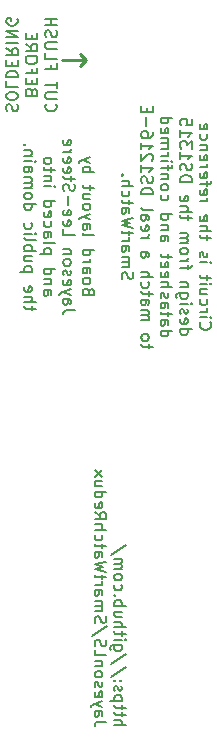
<source format=gbo>
%TF.GenerationSoftware,KiCad,Pcbnew,(5.1.9)-1*%
%TF.CreationDate,2021-04-04T21:15:15+08:00*%
%TF.ProjectId,SmartWatchRedux-E,536d6172-7457-4617-9463-685265647578,rev?*%
%TF.SameCoordinates,Original*%
%TF.FileFunction,Legend,Bot*%
%TF.FilePolarity,Positive*%
%FSLAX46Y46*%
G04 Gerber Fmt 4.6, Leading zero omitted, Abs format (unit mm)*
G04 Created by KiCad (PCBNEW (5.1.9)-1) date 2021-04-04 21:15:15*
%MOMM*%
%LPD*%
G01*
G04 APERTURE LIST*
%ADD10C,0.250000*%
%ADD11C,0.150000*%
G04 APERTURE END LIST*
D10*
X112776000Y-38608000D02*
X114808000Y-38608000D01*
X114808000Y-38608000D02*
X114300000Y-39116000D01*
X114808000Y-38608000D02*
X114300000Y-38100000D01*
D11*
X111465357Y-42322333D02*
X111417738Y-42369952D01*
X111370119Y-42512809D01*
X111370119Y-42608047D01*
X111417738Y-42750904D01*
X111512976Y-42846142D01*
X111608214Y-42893761D01*
X111798690Y-42941380D01*
X111941547Y-42941380D01*
X112132023Y-42893761D01*
X112227261Y-42846142D01*
X112322500Y-42750904D01*
X112370119Y-42608047D01*
X112370119Y-42512809D01*
X112322500Y-42369952D01*
X112274880Y-42322333D01*
X112370119Y-41893761D02*
X111560595Y-41893761D01*
X111465357Y-41846142D01*
X111417738Y-41798523D01*
X111370119Y-41703285D01*
X111370119Y-41512809D01*
X111417738Y-41417571D01*
X111465357Y-41369952D01*
X111560595Y-41322333D01*
X112370119Y-41322333D01*
X112370119Y-40989000D02*
X112370119Y-40417571D01*
X111370119Y-40703285D02*
X112370119Y-40703285D01*
X111893928Y-38989000D02*
X111893928Y-39322333D01*
X111370119Y-39322333D02*
X112370119Y-39322333D01*
X112370119Y-38846142D01*
X111370119Y-37989000D02*
X111370119Y-38465190D01*
X112370119Y-38465190D01*
X112370119Y-37655666D02*
X111560595Y-37655666D01*
X111465357Y-37608047D01*
X111417738Y-37560428D01*
X111370119Y-37465190D01*
X111370119Y-37274714D01*
X111417738Y-37179476D01*
X111465357Y-37131857D01*
X111560595Y-37084238D01*
X112370119Y-37084238D01*
X111417738Y-36655666D02*
X111370119Y-36512809D01*
X111370119Y-36274714D01*
X111417738Y-36179476D01*
X111465357Y-36131857D01*
X111560595Y-36084238D01*
X111655833Y-36084238D01*
X111751071Y-36131857D01*
X111798690Y-36179476D01*
X111846309Y-36274714D01*
X111893928Y-36465190D01*
X111941547Y-36560428D01*
X111989166Y-36608047D01*
X112084404Y-36655666D01*
X112179642Y-36655666D01*
X112274880Y-36608047D01*
X112322500Y-36560428D01*
X112370119Y-36465190D01*
X112370119Y-36227095D01*
X112322500Y-36084238D01*
X111370119Y-35655666D02*
X112370119Y-35655666D01*
X111893928Y-35655666D02*
X111893928Y-35084238D01*
X111370119Y-35084238D02*
X112370119Y-35084238D01*
X110243928Y-41274714D02*
X110196309Y-41131857D01*
X110148690Y-41084238D01*
X110053452Y-41036619D01*
X109910595Y-41036619D01*
X109815357Y-41084238D01*
X109767738Y-41131857D01*
X109720119Y-41227095D01*
X109720119Y-41608047D01*
X110720119Y-41608047D01*
X110720119Y-41274714D01*
X110672500Y-41179476D01*
X110624880Y-41131857D01*
X110529642Y-41084238D01*
X110434404Y-41084238D01*
X110339166Y-41131857D01*
X110291547Y-41179476D01*
X110243928Y-41274714D01*
X110243928Y-41608047D01*
X110243928Y-40608047D02*
X110243928Y-40274714D01*
X109720119Y-40131857D02*
X109720119Y-40608047D01*
X110720119Y-40608047D01*
X110720119Y-40131857D01*
X110243928Y-39369952D02*
X110243928Y-39703285D01*
X109720119Y-39703285D02*
X110720119Y-39703285D01*
X110720119Y-39227095D01*
X110720119Y-38655666D02*
X110720119Y-38465190D01*
X110672500Y-38369952D01*
X110577261Y-38274714D01*
X110386785Y-38227095D01*
X110053452Y-38227095D01*
X109862976Y-38274714D01*
X109767738Y-38369952D01*
X109720119Y-38465190D01*
X109720119Y-38655666D01*
X109767738Y-38750904D01*
X109862976Y-38846142D01*
X110053452Y-38893761D01*
X110386785Y-38893761D01*
X110577261Y-38846142D01*
X110672500Y-38750904D01*
X110720119Y-38655666D01*
X109720119Y-37227095D02*
X110196309Y-37560428D01*
X109720119Y-37798523D02*
X110720119Y-37798523D01*
X110720119Y-37417571D01*
X110672500Y-37322333D01*
X110624880Y-37274714D01*
X110529642Y-37227095D01*
X110386785Y-37227095D01*
X110291547Y-37274714D01*
X110243928Y-37322333D01*
X110196309Y-37417571D01*
X110196309Y-37798523D01*
X110243928Y-36798523D02*
X110243928Y-36465190D01*
X109720119Y-36322333D02*
X109720119Y-36798523D01*
X110720119Y-36798523D01*
X110720119Y-36322333D01*
X108117738Y-42917571D02*
X108070119Y-42774714D01*
X108070119Y-42536619D01*
X108117738Y-42441380D01*
X108165357Y-42393761D01*
X108260595Y-42346142D01*
X108355833Y-42346142D01*
X108451071Y-42393761D01*
X108498690Y-42441380D01*
X108546309Y-42536619D01*
X108593928Y-42727095D01*
X108641547Y-42822333D01*
X108689166Y-42869952D01*
X108784404Y-42917571D01*
X108879642Y-42917571D01*
X108974880Y-42869952D01*
X109022500Y-42822333D01*
X109070119Y-42727095D01*
X109070119Y-42489000D01*
X109022500Y-42346142D01*
X109070119Y-41727095D02*
X109070119Y-41536619D01*
X109022500Y-41441380D01*
X108927261Y-41346142D01*
X108736785Y-41298523D01*
X108403452Y-41298523D01*
X108212976Y-41346142D01*
X108117738Y-41441380D01*
X108070119Y-41536619D01*
X108070119Y-41727095D01*
X108117738Y-41822333D01*
X108212976Y-41917571D01*
X108403452Y-41965190D01*
X108736785Y-41965190D01*
X108927261Y-41917571D01*
X109022500Y-41822333D01*
X109070119Y-41727095D01*
X108070119Y-40393761D02*
X108070119Y-40869952D01*
X109070119Y-40869952D01*
X108070119Y-40060428D02*
X109070119Y-40060428D01*
X109070119Y-39822333D01*
X109022500Y-39679476D01*
X108927261Y-39584238D01*
X108832023Y-39536619D01*
X108641547Y-39489000D01*
X108498690Y-39489000D01*
X108308214Y-39536619D01*
X108212976Y-39584238D01*
X108117738Y-39679476D01*
X108070119Y-39822333D01*
X108070119Y-40060428D01*
X108593928Y-39060428D02*
X108593928Y-38727095D01*
X108070119Y-38584238D02*
X108070119Y-39060428D01*
X109070119Y-39060428D01*
X109070119Y-38584238D01*
X108070119Y-37584238D02*
X108546309Y-37917571D01*
X108070119Y-38155666D02*
X109070119Y-38155666D01*
X109070119Y-37774714D01*
X109022500Y-37679476D01*
X108974880Y-37631857D01*
X108879642Y-37584238D01*
X108736785Y-37584238D01*
X108641547Y-37631857D01*
X108593928Y-37679476D01*
X108546309Y-37774714D01*
X108546309Y-38155666D01*
X108070119Y-37155666D02*
X109070119Y-37155666D01*
X108070119Y-36679476D02*
X109070119Y-36679476D01*
X108070119Y-36108047D01*
X109070119Y-36108047D01*
X109022500Y-35108047D02*
X109070119Y-35203285D01*
X109070119Y-35346142D01*
X109022500Y-35489000D01*
X108927261Y-35584238D01*
X108832023Y-35631857D01*
X108641547Y-35679476D01*
X108498690Y-35679476D01*
X108308214Y-35631857D01*
X108212976Y-35584238D01*
X108117738Y-35489000D01*
X108070119Y-35346142D01*
X108070119Y-35250904D01*
X108117738Y-35108047D01*
X108165357Y-35060428D01*
X108498690Y-35060428D01*
X108498690Y-35250904D01*
X117212619Y-94914404D02*
X118212619Y-94914404D01*
X117212619Y-94485833D02*
X117736428Y-94485833D01*
X117831666Y-94533452D01*
X117879285Y-94628690D01*
X117879285Y-94771547D01*
X117831666Y-94866785D01*
X117784047Y-94914404D01*
X117879285Y-94152500D02*
X117879285Y-93771547D01*
X118212619Y-94009642D02*
X117355476Y-94009642D01*
X117260238Y-93962023D01*
X117212619Y-93866785D01*
X117212619Y-93771547D01*
X117879285Y-93581071D02*
X117879285Y-93200119D01*
X118212619Y-93438214D02*
X117355476Y-93438214D01*
X117260238Y-93390595D01*
X117212619Y-93295357D01*
X117212619Y-93200119D01*
X117879285Y-92866785D02*
X116879285Y-92866785D01*
X117831666Y-92866785D02*
X117879285Y-92771547D01*
X117879285Y-92581071D01*
X117831666Y-92485833D01*
X117784047Y-92438214D01*
X117688809Y-92390595D01*
X117403095Y-92390595D01*
X117307857Y-92438214D01*
X117260238Y-92485833D01*
X117212619Y-92581071D01*
X117212619Y-92771547D01*
X117260238Y-92866785D01*
X117260238Y-92009642D02*
X117212619Y-91914404D01*
X117212619Y-91723928D01*
X117260238Y-91628690D01*
X117355476Y-91581071D01*
X117403095Y-91581071D01*
X117498333Y-91628690D01*
X117545952Y-91723928D01*
X117545952Y-91866785D01*
X117593571Y-91962023D01*
X117688809Y-92009642D01*
X117736428Y-92009642D01*
X117831666Y-91962023D01*
X117879285Y-91866785D01*
X117879285Y-91723928D01*
X117831666Y-91628690D01*
X117307857Y-91152500D02*
X117260238Y-91104880D01*
X117212619Y-91152500D01*
X117260238Y-91200119D01*
X117307857Y-91152500D01*
X117212619Y-91152500D01*
X117831666Y-91152500D02*
X117784047Y-91104880D01*
X117736428Y-91152500D01*
X117784047Y-91200119D01*
X117831666Y-91152500D01*
X117736428Y-91152500D01*
X118260238Y-89962023D02*
X116974523Y-90819166D01*
X118260238Y-88914404D02*
X116974523Y-89771547D01*
X117879285Y-88152500D02*
X117069761Y-88152500D01*
X116974523Y-88200119D01*
X116926904Y-88247738D01*
X116879285Y-88342976D01*
X116879285Y-88485833D01*
X116926904Y-88581071D01*
X117260238Y-88152500D02*
X117212619Y-88247738D01*
X117212619Y-88438214D01*
X117260238Y-88533452D01*
X117307857Y-88581071D01*
X117403095Y-88628690D01*
X117688809Y-88628690D01*
X117784047Y-88581071D01*
X117831666Y-88533452D01*
X117879285Y-88438214D01*
X117879285Y-88247738D01*
X117831666Y-88152500D01*
X117212619Y-87676309D02*
X117879285Y-87676309D01*
X118212619Y-87676309D02*
X118165000Y-87723928D01*
X118117380Y-87676309D01*
X118165000Y-87628690D01*
X118212619Y-87676309D01*
X118117380Y-87676309D01*
X117879285Y-87342976D02*
X117879285Y-86962023D01*
X118212619Y-87200119D02*
X117355476Y-87200119D01*
X117260238Y-87152500D01*
X117212619Y-87057261D01*
X117212619Y-86962023D01*
X117212619Y-86628690D02*
X118212619Y-86628690D01*
X117212619Y-86200119D02*
X117736428Y-86200119D01*
X117831666Y-86247738D01*
X117879285Y-86342976D01*
X117879285Y-86485833D01*
X117831666Y-86581071D01*
X117784047Y-86628690D01*
X117879285Y-85295357D02*
X117212619Y-85295357D01*
X117879285Y-85723928D02*
X117355476Y-85723928D01*
X117260238Y-85676309D01*
X117212619Y-85581071D01*
X117212619Y-85438214D01*
X117260238Y-85342976D01*
X117307857Y-85295357D01*
X117212619Y-84819166D02*
X118212619Y-84819166D01*
X117831666Y-84819166D02*
X117879285Y-84723928D01*
X117879285Y-84533452D01*
X117831666Y-84438214D01*
X117784047Y-84390595D01*
X117688809Y-84342976D01*
X117403095Y-84342976D01*
X117307857Y-84390595D01*
X117260238Y-84438214D01*
X117212619Y-84533452D01*
X117212619Y-84723928D01*
X117260238Y-84819166D01*
X117307857Y-83914404D02*
X117260238Y-83866785D01*
X117212619Y-83914404D01*
X117260238Y-83962023D01*
X117307857Y-83914404D01*
X117212619Y-83914404D01*
X117260238Y-83009642D02*
X117212619Y-83104880D01*
X117212619Y-83295357D01*
X117260238Y-83390595D01*
X117307857Y-83438214D01*
X117403095Y-83485833D01*
X117688809Y-83485833D01*
X117784047Y-83438214D01*
X117831666Y-83390595D01*
X117879285Y-83295357D01*
X117879285Y-83104880D01*
X117831666Y-83009642D01*
X117212619Y-82438214D02*
X117260238Y-82533452D01*
X117307857Y-82581071D01*
X117403095Y-82628690D01*
X117688809Y-82628690D01*
X117784047Y-82581071D01*
X117831666Y-82533452D01*
X117879285Y-82438214D01*
X117879285Y-82295357D01*
X117831666Y-82200119D01*
X117784047Y-82152500D01*
X117688809Y-82104880D01*
X117403095Y-82104880D01*
X117307857Y-82152500D01*
X117260238Y-82200119D01*
X117212619Y-82295357D01*
X117212619Y-82438214D01*
X117212619Y-81676309D02*
X117879285Y-81676309D01*
X117784047Y-81676309D02*
X117831666Y-81628690D01*
X117879285Y-81533452D01*
X117879285Y-81390595D01*
X117831666Y-81295357D01*
X117736428Y-81247738D01*
X117212619Y-81247738D01*
X117736428Y-81247738D02*
X117831666Y-81200119D01*
X117879285Y-81104880D01*
X117879285Y-80962023D01*
X117831666Y-80866785D01*
X117736428Y-80819166D01*
X117212619Y-80819166D01*
X118260238Y-79628690D02*
X116974523Y-80485833D01*
X116562619Y-94628690D02*
X115848333Y-94628690D01*
X115705476Y-94676309D01*
X115610238Y-94771547D01*
X115562619Y-94914404D01*
X115562619Y-95009642D01*
X115562619Y-93723928D02*
X116086428Y-93723928D01*
X116181666Y-93771547D01*
X116229285Y-93866785D01*
X116229285Y-94057261D01*
X116181666Y-94152500D01*
X115610238Y-93723928D02*
X115562619Y-93819166D01*
X115562619Y-94057261D01*
X115610238Y-94152500D01*
X115705476Y-94200119D01*
X115800714Y-94200119D01*
X115895952Y-94152500D01*
X115943571Y-94057261D01*
X115943571Y-93819166D01*
X115991190Y-93723928D01*
X116229285Y-93342976D02*
X115562619Y-93104880D01*
X116229285Y-92866785D02*
X115562619Y-93104880D01*
X115324523Y-93200119D01*
X115276904Y-93247738D01*
X115229285Y-93342976D01*
X115610238Y-92104880D02*
X115562619Y-92200119D01*
X115562619Y-92390595D01*
X115610238Y-92485833D01*
X115705476Y-92533452D01*
X116086428Y-92533452D01*
X116181666Y-92485833D01*
X116229285Y-92390595D01*
X116229285Y-92200119D01*
X116181666Y-92104880D01*
X116086428Y-92057261D01*
X115991190Y-92057261D01*
X115895952Y-92533452D01*
X115610238Y-91676309D02*
X115562619Y-91581071D01*
X115562619Y-91390595D01*
X115610238Y-91295357D01*
X115705476Y-91247738D01*
X115753095Y-91247738D01*
X115848333Y-91295357D01*
X115895952Y-91390595D01*
X115895952Y-91533452D01*
X115943571Y-91628690D01*
X116038809Y-91676309D01*
X116086428Y-91676309D01*
X116181666Y-91628690D01*
X116229285Y-91533452D01*
X116229285Y-91390595D01*
X116181666Y-91295357D01*
X115562619Y-90676309D02*
X115610238Y-90771547D01*
X115657857Y-90819166D01*
X115753095Y-90866785D01*
X116038809Y-90866785D01*
X116134047Y-90819166D01*
X116181666Y-90771547D01*
X116229285Y-90676309D01*
X116229285Y-90533452D01*
X116181666Y-90438214D01*
X116134047Y-90390595D01*
X116038809Y-90342976D01*
X115753095Y-90342976D01*
X115657857Y-90390595D01*
X115610238Y-90438214D01*
X115562619Y-90533452D01*
X115562619Y-90676309D01*
X116229285Y-89914404D02*
X115562619Y-89914404D01*
X116134047Y-89914404D02*
X116181666Y-89866785D01*
X116229285Y-89771547D01*
X116229285Y-89628690D01*
X116181666Y-89533452D01*
X116086428Y-89485833D01*
X115562619Y-89485833D01*
X115562619Y-88533452D02*
X115562619Y-89009642D01*
X116562619Y-89009642D01*
X115610238Y-88247738D02*
X115562619Y-88104880D01*
X115562619Y-87866785D01*
X115610238Y-87771547D01*
X115657857Y-87723928D01*
X115753095Y-87676309D01*
X115848333Y-87676309D01*
X115943571Y-87723928D01*
X115991190Y-87771547D01*
X116038809Y-87866785D01*
X116086428Y-88057261D01*
X116134047Y-88152500D01*
X116181666Y-88200119D01*
X116276904Y-88247738D01*
X116372142Y-88247738D01*
X116467380Y-88200119D01*
X116515000Y-88152500D01*
X116562619Y-88057261D01*
X116562619Y-87819166D01*
X116515000Y-87676309D01*
X116610238Y-86533452D02*
X115324523Y-87390595D01*
X115610238Y-86247738D02*
X115562619Y-86104880D01*
X115562619Y-85866785D01*
X115610238Y-85771547D01*
X115657857Y-85723928D01*
X115753095Y-85676309D01*
X115848333Y-85676309D01*
X115943571Y-85723928D01*
X115991190Y-85771547D01*
X116038809Y-85866785D01*
X116086428Y-86057261D01*
X116134047Y-86152500D01*
X116181666Y-86200119D01*
X116276904Y-86247738D01*
X116372142Y-86247738D01*
X116467380Y-86200119D01*
X116515000Y-86152500D01*
X116562619Y-86057261D01*
X116562619Y-85819166D01*
X116515000Y-85676309D01*
X115562619Y-85247738D02*
X116229285Y-85247738D01*
X116134047Y-85247738D02*
X116181666Y-85200119D01*
X116229285Y-85104880D01*
X116229285Y-84962023D01*
X116181666Y-84866785D01*
X116086428Y-84819166D01*
X115562619Y-84819166D01*
X116086428Y-84819166D02*
X116181666Y-84771547D01*
X116229285Y-84676309D01*
X116229285Y-84533452D01*
X116181666Y-84438214D01*
X116086428Y-84390595D01*
X115562619Y-84390595D01*
X115562619Y-83485833D02*
X116086428Y-83485833D01*
X116181666Y-83533452D01*
X116229285Y-83628690D01*
X116229285Y-83819166D01*
X116181666Y-83914404D01*
X115610238Y-83485833D02*
X115562619Y-83581071D01*
X115562619Y-83819166D01*
X115610238Y-83914404D01*
X115705476Y-83962023D01*
X115800714Y-83962023D01*
X115895952Y-83914404D01*
X115943571Y-83819166D01*
X115943571Y-83581071D01*
X115991190Y-83485833D01*
X115562619Y-83009642D02*
X116229285Y-83009642D01*
X116038809Y-83009642D02*
X116134047Y-82962023D01*
X116181666Y-82914404D01*
X116229285Y-82819166D01*
X116229285Y-82723928D01*
X116229285Y-82533452D02*
X116229285Y-82152500D01*
X116562619Y-82390595D02*
X115705476Y-82390595D01*
X115610238Y-82342976D01*
X115562619Y-82247738D01*
X115562619Y-82152500D01*
X116562619Y-81914404D02*
X115562619Y-81676309D01*
X116276904Y-81485833D01*
X115562619Y-81295357D01*
X116562619Y-81057261D01*
X115562619Y-80247738D02*
X116086428Y-80247738D01*
X116181666Y-80295357D01*
X116229285Y-80390595D01*
X116229285Y-80581071D01*
X116181666Y-80676309D01*
X115610238Y-80247738D02*
X115562619Y-80342976D01*
X115562619Y-80581071D01*
X115610238Y-80676309D01*
X115705476Y-80723928D01*
X115800714Y-80723928D01*
X115895952Y-80676309D01*
X115943571Y-80581071D01*
X115943571Y-80342976D01*
X115991190Y-80247738D01*
X116229285Y-79914404D02*
X116229285Y-79533452D01*
X116562619Y-79771547D02*
X115705476Y-79771547D01*
X115610238Y-79723928D01*
X115562619Y-79628690D01*
X115562619Y-79533452D01*
X115610238Y-78771547D02*
X115562619Y-78866785D01*
X115562619Y-79057261D01*
X115610238Y-79152500D01*
X115657857Y-79200119D01*
X115753095Y-79247738D01*
X116038809Y-79247738D01*
X116134047Y-79200119D01*
X116181666Y-79152500D01*
X116229285Y-79057261D01*
X116229285Y-78866785D01*
X116181666Y-78771547D01*
X115562619Y-78342976D02*
X116562619Y-78342976D01*
X115562619Y-77914404D02*
X116086428Y-77914404D01*
X116181666Y-77962023D01*
X116229285Y-78057261D01*
X116229285Y-78200119D01*
X116181666Y-78295357D01*
X116134047Y-78342976D01*
X115562619Y-76866785D02*
X116038809Y-77200119D01*
X115562619Y-77438214D02*
X116562619Y-77438214D01*
X116562619Y-77057261D01*
X116515000Y-76962023D01*
X116467380Y-76914404D01*
X116372142Y-76866785D01*
X116229285Y-76866785D01*
X116134047Y-76914404D01*
X116086428Y-76962023D01*
X116038809Y-77057261D01*
X116038809Y-77438214D01*
X115610238Y-76057261D02*
X115562619Y-76152500D01*
X115562619Y-76342976D01*
X115610238Y-76438214D01*
X115705476Y-76485833D01*
X116086428Y-76485833D01*
X116181666Y-76438214D01*
X116229285Y-76342976D01*
X116229285Y-76152500D01*
X116181666Y-76057261D01*
X116086428Y-76009642D01*
X115991190Y-76009642D01*
X115895952Y-76485833D01*
X115562619Y-75152500D02*
X116562619Y-75152500D01*
X115610238Y-75152500D02*
X115562619Y-75247738D01*
X115562619Y-75438214D01*
X115610238Y-75533452D01*
X115657857Y-75581071D01*
X115753095Y-75628690D01*
X116038809Y-75628690D01*
X116134047Y-75581071D01*
X116181666Y-75533452D01*
X116229285Y-75438214D01*
X116229285Y-75247738D01*
X116181666Y-75152500D01*
X116229285Y-74247738D02*
X115562619Y-74247738D01*
X116229285Y-74676309D02*
X115705476Y-74676309D01*
X115610238Y-74628690D01*
X115562619Y-74533452D01*
X115562619Y-74390595D01*
X115610238Y-74295357D01*
X115657857Y-74247738D01*
X115562619Y-73866785D02*
X116229285Y-73342976D01*
X116229285Y-73866785D02*
X115562619Y-73342976D01*
X124542857Y-60800238D02*
X124495238Y-60847857D01*
X124447619Y-60990714D01*
X124447619Y-61085952D01*
X124495238Y-61228809D01*
X124590476Y-61324047D01*
X124685714Y-61371666D01*
X124876190Y-61419285D01*
X125019047Y-61419285D01*
X125209523Y-61371666D01*
X125304761Y-61324047D01*
X125400000Y-61228809D01*
X125447619Y-61085952D01*
X125447619Y-60990714D01*
X125400000Y-60847857D01*
X125352380Y-60800238D01*
X124447619Y-60371666D02*
X125114285Y-60371666D01*
X125447619Y-60371666D02*
X125400000Y-60419285D01*
X125352380Y-60371666D01*
X125400000Y-60324047D01*
X125447619Y-60371666D01*
X125352380Y-60371666D01*
X124447619Y-59895476D02*
X125114285Y-59895476D01*
X124923809Y-59895476D02*
X125019047Y-59847857D01*
X125066666Y-59800238D01*
X125114285Y-59705000D01*
X125114285Y-59609761D01*
X124495238Y-58847857D02*
X124447619Y-58943095D01*
X124447619Y-59133571D01*
X124495238Y-59228809D01*
X124542857Y-59276428D01*
X124638095Y-59324047D01*
X124923809Y-59324047D01*
X125019047Y-59276428D01*
X125066666Y-59228809D01*
X125114285Y-59133571D01*
X125114285Y-58943095D01*
X125066666Y-58847857D01*
X125114285Y-57990714D02*
X124447619Y-57990714D01*
X125114285Y-58419285D02*
X124590476Y-58419285D01*
X124495238Y-58371666D01*
X124447619Y-58276428D01*
X124447619Y-58133571D01*
X124495238Y-58038333D01*
X124542857Y-57990714D01*
X124447619Y-57514523D02*
X125114285Y-57514523D01*
X125447619Y-57514523D02*
X125400000Y-57562142D01*
X125352380Y-57514523D01*
X125400000Y-57466904D01*
X125447619Y-57514523D01*
X125352380Y-57514523D01*
X125114285Y-57181190D02*
X125114285Y-56800238D01*
X125447619Y-57038333D02*
X124590476Y-57038333D01*
X124495238Y-56990714D01*
X124447619Y-56895476D01*
X124447619Y-56800238D01*
X124447619Y-55705000D02*
X125114285Y-55705000D01*
X125447619Y-55705000D02*
X125400000Y-55752619D01*
X125352380Y-55705000D01*
X125400000Y-55657380D01*
X125447619Y-55705000D01*
X125352380Y-55705000D01*
X124495238Y-55276428D02*
X124447619Y-55181190D01*
X124447619Y-54990714D01*
X124495238Y-54895476D01*
X124590476Y-54847857D01*
X124638095Y-54847857D01*
X124733333Y-54895476D01*
X124780952Y-54990714D01*
X124780952Y-55133571D01*
X124828571Y-55228809D01*
X124923809Y-55276428D01*
X124971428Y-55276428D01*
X125066666Y-55228809D01*
X125114285Y-55133571D01*
X125114285Y-54990714D01*
X125066666Y-54895476D01*
X125114285Y-53800238D02*
X125114285Y-53419285D01*
X125447619Y-53657380D02*
X124590476Y-53657380D01*
X124495238Y-53609761D01*
X124447619Y-53514523D01*
X124447619Y-53419285D01*
X124447619Y-53085952D02*
X125447619Y-53085952D01*
X124447619Y-52657380D02*
X124971428Y-52657380D01*
X125066666Y-52705000D01*
X125114285Y-52800238D01*
X125114285Y-52943095D01*
X125066666Y-53038333D01*
X125019047Y-53085952D01*
X124495238Y-51800238D02*
X124447619Y-51895476D01*
X124447619Y-52085952D01*
X124495238Y-52181190D01*
X124590476Y-52228809D01*
X124971428Y-52228809D01*
X125066666Y-52181190D01*
X125114285Y-52085952D01*
X125114285Y-51895476D01*
X125066666Y-51800238D01*
X124971428Y-51752619D01*
X124876190Y-51752619D01*
X124780952Y-52228809D01*
X124447619Y-50562142D02*
X125114285Y-50562142D01*
X124923809Y-50562142D02*
X125019047Y-50514523D01*
X125066666Y-50466904D01*
X125114285Y-50371666D01*
X125114285Y-50276428D01*
X124495238Y-49562142D02*
X124447619Y-49657380D01*
X124447619Y-49847857D01*
X124495238Y-49943095D01*
X124590476Y-49990714D01*
X124971428Y-49990714D01*
X125066666Y-49943095D01*
X125114285Y-49847857D01*
X125114285Y-49657380D01*
X125066666Y-49562142D01*
X124971428Y-49514523D01*
X124876190Y-49514523D01*
X124780952Y-49990714D01*
X125114285Y-49228809D02*
X125114285Y-48847857D01*
X124447619Y-49085952D02*
X125304761Y-49085952D01*
X125400000Y-49038333D01*
X125447619Y-48943095D01*
X125447619Y-48847857D01*
X124495238Y-48133571D02*
X124447619Y-48228809D01*
X124447619Y-48419285D01*
X124495238Y-48514523D01*
X124590476Y-48562142D01*
X124971428Y-48562142D01*
X125066666Y-48514523D01*
X125114285Y-48419285D01*
X125114285Y-48228809D01*
X125066666Y-48133571D01*
X124971428Y-48085952D01*
X124876190Y-48085952D01*
X124780952Y-48562142D01*
X124447619Y-47657380D02*
X125114285Y-47657380D01*
X124923809Y-47657380D02*
X125019047Y-47609761D01*
X125066666Y-47562142D01*
X125114285Y-47466904D01*
X125114285Y-47371666D01*
X124495238Y-46657380D02*
X124447619Y-46752619D01*
X124447619Y-46943095D01*
X124495238Y-47038333D01*
X124590476Y-47085952D01*
X124971428Y-47085952D01*
X125066666Y-47038333D01*
X125114285Y-46943095D01*
X125114285Y-46752619D01*
X125066666Y-46657380D01*
X124971428Y-46609761D01*
X124876190Y-46609761D01*
X124780952Y-47085952D01*
X125114285Y-46181190D02*
X124447619Y-46181190D01*
X125019047Y-46181190D02*
X125066666Y-46133571D01*
X125114285Y-46038333D01*
X125114285Y-45895476D01*
X125066666Y-45800238D01*
X124971428Y-45752619D01*
X124447619Y-45752619D01*
X124495238Y-44847857D02*
X124447619Y-44943095D01*
X124447619Y-45133571D01*
X124495238Y-45228809D01*
X124542857Y-45276428D01*
X124638095Y-45324047D01*
X124923809Y-45324047D01*
X125019047Y-45276428D01*
X125066666Y-45228809D01*
X125114285Y-45133571D01*
X125114285Y-44943095D01*
X125066666Y-44847857D01*
X124495238Y-44038333D02*
X124447619Y-44133571D01*
X124447619Y-44324047D01*
X124495238Y-44419285D01*
X124590476Y-44466904D01*
X124971428Y-44466904D01*
X125066666Y-44419285D01*
X125114285Y-44324047D01*
X125114285Y-44133571D01*
X125066666Y-44038333D01*
X124971428Y-43990714D01*
X124876190Y-43990714D01*
X124780952Y-44466904D01*
X122797619Y-61371666D02*
X123797619Y-61371666D01*
X122845238Y-61371666D02*
X122797619Y-61466904D01*
X122797619Y-61657380D01*
X122845238Y-61752619D01*
X122892857Y-61800238D01*
X122988095Y-61847857D01*
X123273809Y-61847857D01*
X123369047Y-61800238D01*
X123416666Y-61752619D01*
X123464285Y-61657380D01*
X123464285Y-61466904D01*
X123416666Y-61371666D01*
X122845238Y-60514523D02*
X122797619Y-60609761D01*
X122797619Y-60800238D01*
X122845238Y-60895476D01*
X122940476Y-60943095D01*
X123321428Y-60943095D01*
X123416666Y-60895476D01*
X123464285Y-60800238D01*
X123464285Y-60609761D01*
X123416666Y-60514523D01*
X123321428Y-60466904D01*
X123226190Y-60466904D01*
X123130952Y-60943095D01*
X122845238Y-60085952D02*
X122797619Y-59990714D01*
X122797619Y-59800238D01*
X122845238Y-59705000D01*
X122940476Y-59657380D01*
X122988095Y-59657380D01*
X123083333Y-59705000D01*
X123130952Y-59800238D01*
X123130952Y-59943095D01*
X123178571Y-60038333D01*
X123273809Y-60085952D01*
X123321428Y-60085952D01*
X123416666Y-60038333D01*
X123464285Y-59943095D01*
X123464285Y-59800238D01*
X123416666Y-59705000D01*
X122797619Y-59228809D02*
X123464285Y-59228809D01*
X123797619Y-59228809D02*
X123750000Y-59276428D01*
X123702380Y-59228809D01*
X123750000Y-59181190D01*
X123797619Y-59228809D01*
X123702380Y-59228809D01*
X123464285Y-58324047D02*
X122654761Y-58324047D01*
X122559523Y-58371666D01*
X122511904Y-58419285D01*
X122464285Y-58514523D01*
X122464285Y-58657380D01*
X122511904Y-58752619D01*
X122845238Y-58324047D02*
X122797619Y-58419285D01*
X122797619Y-58609761D01*
X122845238Y-58705000D01*
X122892857Y-58752619D01*
X122988095Y-58800238D01*
X123273809Y-58800238D01*
X123369047Y-58752619D01*
X123416666Y-58705000D01*
X123464285Y-58609761D01*
X123464285Y-58419285D01*
X123416666Y-58324047D01*
X123464285Y-57847857D02*
X122797619Y-57847857D01*
X123369047Y-57847857D02*
X123416666Y-57800238D01*
X123464285Y-57705000D01*
X123464285Y-57562142D01*
X123416666Y-57466904D01*
X123321428Y-57419285D01*
X122797619Y-57419285D01*
X123464285Y-56324047D02*
X123464285Y-55943095D01*
X122797619Y-56181190D02*
X123654761Y-56181190D01*
X123750000Y-56133571D01*
X123797619Y-56038333D01*
X123797619Y-55943095D01*
X122797619Y-55609761D02*
X123464285Y-55609761D01*
X123273809Y-55609761D02*
X123369047Y-55562142D01*
X123416666Y-55514523D01*
X123464285Y-55419285D01*
X123464285Y-55324047D01*
X122797619Y-54847857D02*
X122845238Y-54943095D01*
X122892857Y-54990714D01*
X122988095Y-55038333D01*
X123273809Y-55038333D01*
X123369047Y-54990714D01*
X123416666Y-54943095D01*
X123464285Y-54847857D01*
X123464285Y-54705000D01*
X123416666Y-54609761D01*
X123369047Y-54562142D01*
X123273809Y-54514523D01*
X122988095Y-54514523D01*
X122892857Y-54562142D01*
X122845238Y-54609761D01*
X122797619Y-54705000D01*
X122797619Y-54847857D01*
X122797619Y-54085952D02*
X123464285Y-54085952D01*
X123369047Y-54085952D02*
X123416666Y-54038333D01*
X123464285Y-53943095D01*
X123464285Y-53800238D01*
X123416666Y-53705000D01*
X123321428Y-53657380D01*
X122797619Y-53657380D01*
X123321428Y-53657380D02*
X123416666Y-53609761D01*
X123464285Y-53514523D01*
X123464285Y-53371666D01*
X123416666Y-53276428D01*
X123321428Y-53228809D01*
X122797619Y-53228809D01*
X123464285Y-52133571D02*
X123464285Y-51752619D01*
X123797619Y-51990714D02*
X122940476Y-51990714D01*
X122845238Y-51943095D01*
X122797619Y-51847857D01*
X122797619Y-51752619D01*
X122797619Y-51419285D02*
X123797619Y-51419285D01*
X122797619Y-50990714D02*
X123321428Y-50990714D01*
X123416666Y-51038333D01*
X123464285Y-51133571D01*
X123464285Y-51276428D01*
X123416666Y-51371666D01*
X123369047Y-51419285D01*
X122845238Y-50133571D02*
X122797619Y-50228809D01*
X122797619Y-50419285D01*
X122845238Y-50514523D01*
X122940476Y-50562142D01*
X123321428Y-50562142D01*
X123416666Y-50514523D01*
X123464285Y-50419285D01*
X123464285Y-50228809D01*
X123416666Y-50133571D01*
X123321428Y-50085952D01*
X123226190Y-50085952D01*
X123130952Y-50562142D01*
X122797619Y-48895476D02*
X123797619Y-48895476D01*
X123797619Y-48657380D01*
X123750000Y-48514523D01*
X123654761Y-48419285D01*
X123559523Y-48371666D01*
X123369047Y-48324047D01*
X123226190Y-48324047D01*
X123035714Y-48371666D01*
X122940476Y-48419285D01*
X122845238Y-48514523D01*
X122797619Y-48657380D01*
X122797619Y-48895476D01*
X122845238Y-47943095D02*
X122797619Y-47800238D01*
X122797619Y-47562142D01*
X122845238Y-47466904D01*
X122892857Y-47419285D01*
X122988095Y-47371666D01*
X123083333Y-47371666D01*
X123178571Y-47419285D01*
X123226190Y-47466904D01*
X123273809Y-47562142D01*
X123321428Y-47752619D01*
X123369047Y-47847857D01*
X123416666Y-47895476D01*
X123511904Y-47943095D01*
X123607142Y-47943095D01*
X123702380Y-47895476D01*
X123750000Y-47847857D01*
X123797619Y-47752619D01*
X123797619Y-47514523D01*
X123750000Y-47371666D01*
X122797619Y-46419285D02*
X122797619Y-46990714D01*
X122797619Y-46705000D02*
X123797619Y-46705000D01*
X123654761Y-46800238D01*
X123559523Y-46895476D01*
X123511904Y-46990714D01*
X123797619Y-46085952D02*
X123797619Y-45466904D01*
X123416666Y-45800238D01*
X123416666Y-45657380D01*
X123369047Y-45562142D01*
X123321428Y-45514523D01*
X123226190Y-45466904D01*
X122988095Y-45466904D01*
X122892857Y-45514523D01*
X122845238Y-45562142D01*
X122797619Y-45657380D01*
X122797619Y-45943095D01*
X122845238Y-46038333D01*
X122892857Y-46085952D01*
X122797619Y-44514523D02*
X122797619Y-45085952D01*
X122797619Y-44800238D02*
X123797619Y-44800238D01*
X123654761Y-44895476D01*
X123559523Y-44990714D01*
X123511904Y-45085952D01*
X123797619Y-43609761D02*
X123797619Y-44085952D01*
X123321428Y-44133571D01*
X123369047Y-44085952D01*
X123416666Y-43990714D01*
X123416666Y-43752619D01*
X123369047Y-43657380D01*
X123321428Y-43609761D01*
X123226190Y-43562142D01*
X122988095Y-43562142D01*
X122892857Y-43609761D01*
X122845238Y-43657380D01*
X122797619Y-43752619D01*
X122797619Y-43990714D01*
X122845238Y-44085952D01*
X122892857Y-44133571D01*
X121147619Y-61514523D02*
X122147619Y-61514523D01*
X121195238Y-61514523D02*
X121147619Y-61609761D01*
X121147619Y-61800238D01*
X121195238Y-61895476D01*
X121242857Y-61943095D01*
X121338095Y-61990714D01*
X121623809Y-61990714D01*
X121719047Y-61943095D01*
X121766666Y-61895476D01*
X121814285Y-61800238D01*
X121814285Y-61609761D01*
X121766666Y-61514523D01*
X121147619Y-60609761D02*
X121671428Y-60609761D01*
X121766666Y-60657380D01*
X121814285Y-60752619D01*
X121814285Y-60943095D01*
X121766666Y-61038333D01*
X121195238Y-60609761D02*
X121147619Y-60705000D01*
X121147619Y-60943095D01*
X121195238Y-61038333D01*
X121290476Y-61085952D01*
X121385714Y-61085952D01*
X121480952Y-61038333D01*
X121528571Y-60943095D01*
X121528571Y-60705000D01*
X121576190Y-60609761D01*
X121814285Y-60276428D02*
X121814285Y-59895476D01*
X122147619Y-60133571D02*
X121290476Y-60133571D01*
X121195238Y-60085952D01*
X121147619Y-59990714D01*
X121147619Y-59895476D01*
X121147619Y-59133571D02*
X121671428Y-59133571D01*
X121766666Y-59181190D01*
X121814285Y-59276428D01*
X121814285Y-59466904D01*
X121766666Y-59562142D01*
X121195238Y-59133571D02*
X121147619Y-59228809D01*
X121147619Y-59466904D01*
X121195238Y-59562142D01*
X121290476Y-59609761D01*
X121385714Y-59609761D01*
X121480952Y-59562142D01*
X121528571Y-59466904D01*
X121528571Y-59228809D01*
X121576190Y-59133571D01*
X121195238Y-58705000D02*
X121147619Y-58609761D01*
X121147619Y-58419285D01*
X121195238Y-58324047D01*
X121290476Y-58276428D01*
X121338095Y-58276428D01*
X121433333Y-58324047D01*
X121480952Y-58419285D01*
X121480952Y-58562142D01*
X121528571Y-58657380D01*
X121623809Y-58705000D01*
X121671428Y-58705000D01*
X121766666Y-58657380D01*
X121814285Y-58562142D01*
X121814285Y-58419285D01*
X121766666Y-58324047D01*
X121147619Y-57847857D02*
X122147619Y-57847857D01*
X121147619Y-57419285D02*
X121671428Y-57419285D01*
X121766666Y-57466904D01*
X121814285Y-57562142D01*
X121814285Y-57705000D01*
X121766666Y-57800238D01*
X121719047Y-57847857D01*
X121195238Y-56562142D02*
X121147619Y-56657380D01*
X121147619Y-56847857D01*
X121195238Y-56943095D01*
X121290476Y-56990714D01*
X121671428Y-56990714D01*
X121766666Y-56943095D01*
X121814285Y-56847857D01*
X121814285Y-56657380D01*
X121766666Y-56562142D01*
X121671428Y-56514523D01*
X121576190Y-56514523D01*
X121480952Y-56990714D01*
X121195238Y-55705000D02*
X121147619Y-55800238D01*
X121147619Y-55990714D01*
X121195238Y-56085952D01*
X121290476Y-56133571D01*
X121671428Y-56133571D01*
X121766666Y-56085952D01*
X121814285Y-55990714D01*
X121814285Y-55800238D01*
X121766666Y-55705000D01*
X121671428Y-55657380D01*
X121576190Y-55657380D01*
X121480952Y-56133571D01*
X121814285Y-55371666D02*
X121814285Y-54990714D01*
X122147619Y-55228809D02*
X121290476Y-55228809D01*
X121195238Y-55181190D01*
X121147619Y-55085952D01*
X121147619Y-54990714D01*
X121147619Y-53466904D02*
X121671428Y-53466904D01*
X121766666Y-53514523D01*
X121814285Y-53609761D01*
X121814285Y-53800238D01*
X121766666Y-53895476D01*
X121195238Y-53466904D02*
X121147619Y-53562142D01*
X121147619Y-53800238D01*
X121195238Y-53895476D01*
X121290476Y-53943095D01*
X121385714Y-53943095D01*
X121480952Y-53895476D01*
X121528571Y-53800238D01*
X121528571Y-53562142D01*
X121576190Y-53466904D01*
X121814285Y-52990714D02*
X121147619Y-52990714D01*
X121719047Y-52990714D02*
X121766666Y-52943095D01*
X121814285Y-52847857D01*
X121814285Y-52705000D01*
X121766666Y-52609761D01*
X121671428Y-52562142D01*
X121147619Y-52562142D01*
X121147619Y-51657380D02*
X122147619Y-51657380D01*
X121195238Y-51657380D02*
X121147619Y-51752619D01*
X121147619Y-51943095D01*
X121195238Y-52038333D01*
X121242857Y-52085952D01*
X121338095Y-52133571D01*
X121623809Y-52133571D01*
X121719047Y-52085952D01*
X121766666Y-52038333D01*
X121814285Y-51943095D01*
X121814285Y-51752619D01*
X121766666Y-51657380D01*
X121195238Y-49990714D02*
X121147619Y-50085952D01*
X121147619Y-50276428D01*
X121195238Y-50371666D01*
X121242857Y-50419285D01*
X121338095Y-50466904D01*
X121623809Y-50466904D01*
X121719047Y-50419285D01*
X121766666Y-50371666D01*
X121814285Y-50276428D01*
X121814285Y-50085952D01*
X121766666Y-49990714D01*
X121147619Y-49419285D02*
X121195238Y-49514523D01*
X121242857Y-49562142D01*
X121338095Y-49609761D01*
X121623809Y-49609761D01*
X121719047Y-49562142D01*
X121766666Y-49514523D01*
X121814285Y-49419285D01*
X121814285Y-49276428D01*
X121766666Y-49181190D01*
X121719047Y-49133571D01*
X121623809Y-49085952D01*
X121338095Y-49085952D01*
X121242857Y-49133571D01*
X121195238Y-49181190D01*
X121147619Y-49276428D01*
X121147619Y-49419285D01*
X121814285Y-48657380D02*
X121147619Y-48657380D01*
X121719047Y-48657380D02*
X121766666Y-48609761D01*
X121814285Y-48514523D01*
X121814285Y-48371666D01*
X121766666Y-48276428D01*
X121671428Y-48228809D01*
X121147619Y-48228809D01*
X121814285Y-47895476D02*
X121814285Y-47514523D01*
X121147619Y-47752619D02*
X122004761Y-47752619D01*
X122100000Y-47705000D01*
X122147619Y-47609761D01*
X122147619Y-47514523D01*
X121147619Y-47181190D02*
X121814285Y-47181190D01*
X122147619Y-47181190D02*
X122100000Y-47228809D01*
X122052380Y-47181190D01*
X122100000Y-47133571D01*
X122147619Y-47181190D01*
X122052380Y-47181190D01*
X121147619Y-46705000D02*
X121814285Y-46705000D01*
X121623809Y-46705000D02*
X121719047Y-46657380D01*
X121766666Y-46609761D01*
X121814285Y-46514523D01*
X121814285Y-46419285D01*
X121147619Y-46085952D02*
X121814285Y-46085952D01*
X121719047Y-46085952D02*
X121766666Y-46038333D01*
X121814285Y-45943095D01*
X121814285Y-45800238D01*
X121766666Y-45705000D01*
X121671428Y-45657380D01*
X121147619Y-45657380D01*
X121671428Y-45657380D02*
X121766666Y-45609761D01*
X121814285Y-45514523D01*
X121814285Y-45371666D01*
X121766666Y-45276428D01*
X121671428Y-45228809D01*
X121147619Y-45228809D01*
X121195238Y-44371666D02*
X121147619Y-44466904D01*
X121147619Y-44657380D01*
X121195238Y-44752619D01*
X121290476Y-44800238D01*
X121671428Y-44800238D01*
X121766666Y-44752619D01*
X121814285Y-44657380D01*
X121814285Y-44466904D01*
X121766666Y-44371666D01*
X121671428Y-44324047D01*
X121576190Y-44324047D01*
X121480952Y-44800238D01*
X121147619Y-43466904D02*
X122147619Y-43466904D01*
X121195238Y-43466904D02*
X121147619Y-43562142D01*
X121147619Y-43752619D01*
X121195238Y-43847857D01*
X121242857Y-43895476D01*
X121338095Y-43943095D01*
X121623809Y-43943095D01*
X121719047Y-43895476D01*
X121766666Y-43847857D01*
X121814285Y-43752619D01*
X121814285Y-43562142D01*
X121766666Y-43466904D01*
X120164285Y-63014523D02*
X120164285Y-62633571D01*
X120497619Y-62871666D02*
X119640476Y-62871666D01*
X119545238Y-62824047D01*
X119497619Y-62728809D01*
X119497619Y-62633571D01*
X119497619Y-62157380D02*
X119545238Y-62252619D01*
X119592857Y-62300238D01*
X119688095Y-62347857D01*
X119973809Y-62347857D01*
X120069047Y-62300238D01*
X120116666Y-62252619D01*
X120164285Y-62157380D01*
X120164285Y-62014523D01*
X120116666Y-61919285D01*
X120069047Y-61871666D01*
X119973809Y-61824047D01*
X119688095Y-61824047D01*
X119592857Y-61871666D01*
X119545238Y-61919285D01*
X119497619Y-62014523D01*
X119497619Y-62157380D01*
X119497619Y-60633571D02*
X120164285Y-60633571D01*
X120069047Y-60633571D02*
X120116666Y-60585952D01*
X120164285Y-60490714D01*
X120164285Y-60347857D01*
X120116666Y-60252619D01*
X120021428Y-60205000D01*
X119497619Y-60205000D01*
X120021428Y-60205000D02*
X120116666Y-60157380D01*
X120164285Y-60062142D01*
X120164285Y-59919285D01*
X120116666Y-59824047D01*
X120021428Y-59776428D01*
X119497619Y-59776428D01*
X119497619Y-58871666D02*
X120021428Y-58871666D01*
X120116666Y-58919285D01*
X120164285Y-59014523D01*
X120164285Y-59205000D01*
X120116666Y-59300238D01*
X119545238Y-58871666D02*
X119497619Y-58966904D01*
X119497619Y-59205000D01*
X119545238Y-59300238D01*
X119640476Y-59347857D01*
X119735714Y-59347857D01*
X119830952Y-59300238D01*
X119878571Y-59205000D01*
X119878571Y-58966904D01*
X119926190Y-58871666D01*
X120164285Y-58538333D02*
X120164285Y-58157380D01*
X120497619Y-58395476D02*
X119640476Y-58395476D01*
X119545238Y-58347857D01*
X119497619Y-58252619D01*
X119497619Y-58157380D01*
X119545238Y-57395476D02*
X119497619Y-57490714D01*
X119497619Y-57681190D01*
X119545238Y-57776428D01*
X119592857Y-57824047D01*
X119688095Y-57871666D01*
X119973809Y-57871666D01*
X120069047Y-57824047D01*
X120116666Y-57776428D01*
X120164285Y-57681190D01*
X120164285Y-57490714D01*
X120116666Y-57395476D01*
X119497619Y-56966904D02*
X120497619Y-56966904D01*
X119497619Y-56538333D02*
X120021428Y-56538333D01*
X120116666Y-56585952D01*
X120164285Y-56681190D01*
X120164285Y-56824047D01*
X120116666Y-56919285D01*
X120069047Y-56966904D01*
X119497619Y-54871666D02*
X120021428Y-54871666D01*
X120116666Y-54919285D01*
X120164285Y-55014523D01*
X120164285Y-55205000D01*
X120116666Y-55300238D01*
X119545238Y-54871666D02*
X119497619Y-54966904D01*
X119497619Y-55205000D01*
X119545238Y-55300238D01*
X119640476Y-55347857D01*
X119735714Y-55347857D01*
X119830952Y-55300238D01*
X119878571Y-55205000D01*
X119878571Y-54966904D01*
X119926190Y-54871666D01*
X119497619Y-53633571D02*
X120164285Y-53633571D01*
X119973809Y-53633571D02*
X120069047Y-53585952D01*
X120116666Y-53538333D01*
X120164285Y-53443095D01*
X120164285Y-53347857D01*
X119545238Y-52633571D02*
X119497619Y-52728809D01*
X119497619Y-52919285D01*
X119545238Y-53014523D01*
X119640476Y-53062142D01*
X120021428Y-53062142D01*
X120116666Y-53014523D01*
X120164285Y-52919285D01*
X120164285Y-52728809D01*
X120116666Y-52633571D01*
X120021428Y-52585952D01*
X119926190Y-52585952D01*
X119830952Y-53062142D01*
X119497619Y-51728809D02*
X120021428Y-51728809D01*
X120116666Y-51776428D01*
X120164285Y-51871666D01*
X120164285Y-52062142D01*
X120116666Y-52157380D01*
X119545238Y-51728809D02*
X119497619Y-51824047D01*
X119497619Y-52062142D01*
X119545238Y-52157380D01*
X119640476Y-52205000D01*
X119735714Y-52205000D01*
X119830952Y-52157380D01*
X119878571Y-52062142D01*
X119878571Y-51824047D01*
X119926190Y-51728809D01*
X119497619Y-51109761D02*
X119545238Y-51205000D01*
X119640476Y-51252619D01*
X120497619Y-51252619D01*
X119497619Y-49966904D02*
X120497619Y-49966904D01*
X120497619Y-49728809D01*
X120450000Y-49585952D01*
X120354761Y-49490714D01*
X120259523Y-49443095D01*
X120069047Y-49395476D01*
X119926190Y-49395476D01*
X119735714Y-49443095D01*
X119640476Y-49490714D01*
X119545238Y-49585952D01*
X119497619Y-49728809D01*
X119497619Y-49966904D01*
X119545238Y-49014523D02*
X119497619Y-48871666D01*
X119497619Y-48633571D01*
X119545238Y-48538333D01*
X119592857Y-48490714D01*
X119688095Y-48443095D01*
X119783333Y-48443095D01*
X119878571Y-48490714D01*
X119926190Y-48538333D01*
X119973809Y-48633571D01*
X120021428Y-48824047D01*
X120069047Y-48919285D01*
X120116666Y-48966904D01*
X120211904Y-49014523D01*
X120307142Y-49014523D01*
X120402380Y-48966904D01*
X120450000Y-48919285D01*
X120497619Y-48824047D01*
X120497619Y-48585952D01*
X120450000Y-48443095D01*
X119497619Y-47490714D02*
X119497619Y-48062142D01*
X119497619Y-47776428D02*
X120497619Y-47776428D01*
X120354761Y-47871666D01*
X120259523Y-47966904D01*
X120211904Y-48062142D01*
X120402380Y-47109761D02*
X120450000Y-47062142D01*
X120497619Y-46966904D01*
X120497619Y-46728809D01*
X120450000Y-46633571D01*
X120402380Y-46585952D01*
X120307142Y-46538333D01*
X120211904Y-46538333D01*
X120069047Y-46585952D01*
X119497619Y-47157380D01*
X119497619Y-46538333D01*
X119497619Y-45585952D02*
X119497619Y-46157380D01*
X119497619Y-45871666D02*
X120497619Y-45871666D01*
X120354761Y-45966904D01*
X120259523Y-46062142D01*
X120211904Y-46157380D01*
X120497619Y-44728809D02*
X120497619Y-44919285D01*
X120450000Y-45014523D01*
X120402380Y-45062142D01*
X120259523Y-45157380D01*
X120069047Y-45205000D01*
X119688095Y-45205000D01*
X119592857Y-45157380D01*
X119545238Y-45109761D01*
X119497619Y-45014523D01*
X119497619Y-44824047D01*
X119545238Y-44728809D01*
X119592857Y-44681190D01*
X119688095Y-44633571D01*
X119926190Y-44633571D01*
X120021428Y-44681190D01*
X120069047Y-44728809D01*
X120116666Y-44824047D01*
X120116666Y-45014523D01*
X120069047Y-45109761D01*
X120021428Y-45157380D01*
X119926190Y-45205000D01*
X119878571Y-44205000D02*
X119878571Y-43443095D01*
X120021428Y-42966904D02*
X120021428Y-42633571D01*
X119497619Y-42490714D02*
X119497619Y-42966904D01*
X120497619Y-42966904D01*
X120497619Y-42490714D01*
X117895238Y-57133571D02*
X117847619Y-56990714D01*
X117847619Y-56752619D01*
X117895238Y-56657380D01*
X117942857Y-56609761D01*
X118038095Y-56562142D01*
X118133333Y-56562142D01*
X118228571Y-56609761D01*
X118276190Y-56657380D01*
X118323809Y-56752619D01*
X118371428Y-56943095D01*
X118419047Y-57038333D01*
X118466666Y-57085952D01*
X118561904Y-57133571D01*
X118657142Y-57133571D01*
X118752380Y-57085952D01*
X118800000Y-57038333D01*
X118847619Y-56943095D01*
X118847619Y-56705000D01*
X118800000Y-56562142D01*
X117847619Y-56133571D02*
X118514285Y-56133571D01*
X118419047Y-56133571D02*
X118466666Y-56085952D01*
X118514285Y-55990714D01*
X118514285Y-55847857D01*
X118466666Y-55752619D01*
X118371428Y-55705000D01*
X117847619Y-55705000D01*
X118371428Y-55705000D02*
X118466666Y-55657380D01*
X118514285Y-55562142D01*
X118514285Y-55419285D01*
X118466666Y-55324047D01*
X118371428Y-55276428D01*
X117847619Y-55276428D01*
X117847619Y-54371666D02*
X118371428Y-54371666D01*
X118466666Y-54419285D01*
X118514285Y-54514523D01*
X118514285Y-54705000D01*
X118466666Y-54800238D01*
X117895238Y-54371666D02*
X117847619Y-54466904D01*
X117847619Y-54705000D01*
X117895238Y-54800238D01*
X117990476Y-54847857D01*
X118085714Y-54847857D01*
X118180952Y-54800238D01*
X118228571Y-54705000D01*
X118228571Y-54466904D01*
X118276190Y-54371666D01*
X117847619Y-53895476D02*
X118514285Y-53895476D01*
X118323809Y-53895476D02*
X118419047Y-53847857D01*
X118466666Y-53800238D01*
X118514285Y-53705000D01*
X118514285Y-53609761D01*
X118514285Y-53419285D02*
X118514285Y-53038333D01*
X118847619Y-53276428D02*
X117990476Y-53276428D01*
X117895238Y-53228809D01*
X117847619Y-53133571D01*
X117847619Y-53038333D01*
X118847619Y-52800238D02*
X117847619Y-52562142D01*
X118561904Y-52371666D01*
X117847619Y-52181190D01*
X118847619Y-51943095D01*
X117847619Y-51133571D02*
X118371428Y-51133571D01*
X118466666Y-51181190D01*
X118514285Y-51276428D01*
X118514285Y-51466904D01*
X118466666Y-51562142D01*
X117895238Y-51133571D02*
X117847619Y-51228809D01*
X117847619Y-51466904D01*
X117895238Y-51562142D01*
X117990476Y-51609761D01*
X118085714Y-51609761D01*
X118180952Y-51562142D01*
X118228571Y-51466904D01*
X118228571Y-51228809D01*
X118276190Y-51133571D01*
X118514285Y-50800238D02*
X118514285Y-50419285D01*
X118847619Y-50657380D02*
X117990476Y-50657380D01*
X117895238Y-50609761D01*
X117847619Y-50514523D01*
X117847619Y-50419285D01*
X117895238Y-49657380D02*
X117847619Y-49752619D01*
X117847619Y-49943095D01*
X117895238Y-50038333D01*
X117942857Y-50085952D01*
X118038095Y-50133571D01*
X118323809Y-50133571D01*
X118419047Y-50085952D01*
X118466666Y-50038333D01*
X118514285Y-49943095D01*
X118514285Y-49752619D01*
X118466666Y-49657380D01*
X117847619Y-49228809D02*
X118847619Y-49228809D01*
X117847619Y-48800238D02*
X118371428Y-48800238D01*
X118466666Y-48847857D01*
X118514285Y-48943095D01*
X118514285Y-49085952D01*
X118466666Y-49181190D01*
X118419047Y-49228809D01*
X117942857Y-48324047D02*
X117895238Y-48276428D01*
X117847619Y-48324047D01*
X117895238Y-48371666D01*
X117942857Y-48324047D01*
X117847619Y-48324047D01*
X115071428Y-58181190D02*
X115023809Y-58038333D01*
X114976190Y-57990714D01*
X114880952Y-57943095D01*
X114738095Y-57943095D01*
X114642857Y-57990714D01*
X114595238Y-58038333D01*
X114547619Y-58133571D01*
X114547619Y-58514523D01*
X115547619Y-58514523D01*
X115547619Y-58181190D01*
X115500000Y-58085952D01*
X115452380Y-58038333D01*
X115357142Y-57990714D01*
X115261904Y-57990714D01*
X115166666Y-58038333D01*
X115119047Y-58085952D01*
X115071428Y-58181190D01*
X115071428Y-58514523D01*
X114547619Y-57371666D02*
X114595238Y-57466904D01*
X114642857Y-57514523D01*
X114738095Y-57562142D01*
X115023809Y-57562142D01*
X115119047Y-57514523D01*
X115166666Y-57466904D01*
X115214285Y-57371666D01*
X115214285Y-57228809D01*
X115166666Y-57133571D01*
X115119047Y-57085952D01*
X115023809Y-57038333D01*
X114738095Y-57038333D01*
X114642857Y-57085952D01*
X114595238Y-57133571D01*
X114547619Y-57228809D01*
X114547619Y-57371666D01*
X114547619Y-56181190D02*
X115071428Y-56181190D01*
X115166666Y-56228809D01*
X115214285Y-56324047D01*
X115214285Y-56514523D01*
X115166666Y-56609761D01*
X114595238Y-56181190D02*
X114547619Y-56276428D01*
X114547619Y-56514523D01*
X114595238Y-56609761D01*
X114690476Y-56657380D01*
X114785714Y-56657380D01*
X114880952Y-56609761D01*
X114928571Y-56514523D01*
X114928571Y-56276428D01*
X114976190Y-56181190D01*
X114547619Y-55705000D02*
X115214285Y-55705000D01*
X115023809Y-55705000D02*
X115119047Y-55657380D01*
X115166666Y-55609761D01*
X115214285Y-55514523D01*
X115214285Y-55419285D01*
X114547619Y-54657380D02*
X115547619Y-54657380D01*
X114595238Y-54657380D02*
X114547619Y-54752619D01*
X114547619Y-54943095D01*
X114595238Y-55038333D01*
X114642857Y-55085952D01*
X114738095Y-55133571D01*
X115023809Y-55133571D01*
X115119047Y-55085952D01*
X115166666Y-55038333D01*
X115214285Y-54943095D01*
X115214285Y-54752619D01*
X115166666Y-54657380D01*
X114547619Y-53276428D02*
X114595238Y-53371666D01*
X114690476Y-53419285D01*
X115547619Y-53419285D01*
X114547619Y-52466904D02*
X115071428Y-52466904D01*
X115166666Y-52514523D01*
X115214285Y-52609761D01*
X115214285Y-52800238D01*
X115166666Y-52895476D01*
X114595238Y-52466904D02*
X114547619Y-52562142D01*
X114547619Y-52800238D01*
X114595238Y-52895476D01*
X114690476Y-52943095D01*
X114785714Y-52943095D01*
X114880952Y-52895476D01*
X114928571Y-52800238D01*
X114928571Y-52562142D01*
X114976190Y-52466904D01*
X115214285Y-52085952D02*
X114547619Y-51847857D01*
X115214285Y-51609761D02*
X114547619Y-51847857D01*
X114309523Y-51943095D01*
X114261904Y-51990714D01*
X114214285Y-52085952D01*
X114547619Y-51085952D02*
X114595238Y-51181190D01*
X114642857Y-51228809D01*
X114738095Y-51276428D01*
X115023809Y-51276428D01*
X115119047Y-51228809D01*
X115166666Y-51181190D01*
X115214285Y-51085952D01*
X115214285Y-50943095D01*
X115166666Y-50847857D01*
X115119047Y-50800238D01*
X115023809Y-50752619D01*
X114738095Y-50752619D01*
X114642857Y-50800238D01*
X114595238Y-50847857D01*
X114547619Y-50943095D01*
X114547619Y-51085952D01*
X115214285Y-49895476D02*
X114547619Y-49895476D01*
X115214285Y-50324047D02*
X114690476Y-50324047D01*
X114595238Y-50276428D01*
X114547619Y-50181190D01*
X114547619Y-50038333D01*
X114595238Y-49943095D01*
X114642857Y-49895476D01*
X115214285Y-49562142D02*
X115214285Y-49181190D01*
X115547619Y-49419285D02*
X114690476Y-49419285D01*
X114595238Y-49371666D01*
X114547619Y-49276428D01*
X114547619Y-49181190D01*
X114547619Y-48085952D02*
X115547619Y-48085952D01*
X115166666Y-48085952D02*
X115214285Y-47990714D01*
X115214285Y-47800238D01*
X115166666Y-47705000D01*
X115119047Y-47657380D01*
X115023809Y-47609761D01*
X114738095Y-47609761D01*
X114642857Y-47657380D01*
X114595238Y-47705000D01*
X114547619Y-47800238D01*
X114547619Y-47990714D01*
X114595238Y-48085952D01*
X115214285Y-47276428D02*
X114547619Y-47038333D01*
X115214285Y-46800238D02*
X114547619Y-47038333D01*
X114309523Y-47133571D01*
X114261904Y-47181190D01*
X114214285Y-47276428D01*
X113897619Y-59752619D02*
X113183333Y-59752619D01*
X113040476Y-59800238D01*
X112945238Y-59895476D01*
X112897619Y-60038333D01*
X112897619Y-60133571D01*
X112897619Y-58847857D02*
X113421428Y-58847857D01*
X113516666Y-58895476D01*
X113564285Y-58990714D01*
X113564285Y-59181190D01*
X113516666Y-59276428D01*
X112945238Y-58847857D02*
X112897619Y-58943095D01*
X112897619Y-59181190D01*
X112945238Y-59276428D01*
X113040476Y-59324047D01*
X113135714Y-59324047D01*
X113230952Y-59276428D01*
X113278571Y-59181190D01*
X113278571Y-58943095D01*
X113326190Y-58847857D01*
X113564285Y-58466904D02*
X112897619Y-58228809D01*
X113564285Y-57990714D02*
X112897619Y-58228809D01*
X112659523Y-58324047D01*
X112611904Y-58371666D01*
X112564285Y-58466904D01*
X112945238Y-57228809D02*
X112897619Y-57324047D01*
X112897619Y-57514523D01*
X112945238Y-57609761D01*
X113040476Y-57657380D01*
X113421428Y-57657380D01*
X113516666Y-57609761D01*
X113564285Y-57514523D01*
X113564285Y-57324047D01*
X113516666Y-57228809D01*
X113421428Y-57181190D01*
X113326190Y-57181190D01*
X113230952Y-57657380D01*
X112945238Y-56800238D02*
X112897619Y-56705000D01*
X112897619Y-56514523D01*
X112945238Y-56419285D01*
X113040476Y-56371666D01*
X113088095Y-56371666D01*
X113183333Y-56419285D01*
X113230952Y-56514523D01*
X113230952Y-56657380D01*
X113278571Y-56752619D01*
X113373809Y-56800238D01*
X113421428Y-56800238D01*
X113516666Y-56752619D01*
X113564285Y-56657380D01*
X113564285Y-56514523D01*
X113516666Y-56419285D01*
X112897619Y-55800238D02*
X112945238Y-55895476D01*
X112992857Y-55943095D01*
X113088095Y-55990714D01*
X113373809Y-55990714D01*
X113469047Y-55943095D01*
X113516666Y-55895476D01*
X113564285Y-55800238D01*
X113564285Y-55657380D01*
X113516666Y-55562142D01*
X113469047Y-55514523D01*
X113373809Y-55466904D01*
X113088095Y-55466904D01*
X112992857Y-55514523D01*
X112945238Y-55562142D01*
X112897619Y-55657380D01*
X112897619Y-55800238D01*
X113564285Y-55038333D02*
X112897619Y-55038333D01*
X113469047Y-55038333D02*
X113516666Y-54990714D01*
X113564285Y-54895476D01*
X113564285Y-54752619D01*
X113516666Y-54657380D01*
X113421428Y-54609761D01*
X112897619Y-54609761D01*
X112897619Y-52895476D02*
X112897619Y-53371666D01*
X113897619Y-53371666D01*
X112945238Y-52181190D02*
X112897619Y-52276428D01*
X112897619Y-52466904D01*
X112945238Y-52562142D01*
X113040476Y-52609761D01*
X113421428Y-52609761D01*
X113516666Y-52562142D01*
X113564285Y-52466904D01*
X113564285Y-52276428D01*
X113516666Y-52181190D01*
X113421428Y-52133571D01*
X113326190Y-52133571D01*
X113230952Y-52609761D01*
X112945238Y-51324047D02*
X112897619Y-51419285D01*
X112897619Y-51609761D01*
X112945238Y-51705000D01*
X113040476Y-51752619D01*
X113421428Y-51752619D01*
X113516666Y-51705000D01*
X113564285Y-51609761D01*
X113564285Y-51419285D01*
X113516666Y-51324047D01*
X113421428Y-51276428D01*
X113326190Y-51276428D01*
X113230952Y-51752619D01*
X113278571Y-50847857D02*
X113278571Y-50085952D01*
X112945238Y-49657380D02*
X112897619Y-49514523D01*
X112897619Y-49276428D01*
X112945238Y-49181190D01*
X112992857Y-49133571D01*
X113088095Y-49085952D01*
X113183333Y-49085952D01*
X113278571Y-49133571D01*
X113326190Y-49181190D01*
X113373809Y-49276428D01*
X113421428Y-49466904D01*
X113469047Y-49562142D01*
X113516666Y-49609761D01*
X113611904Y-49657380D01*
X113707142Y-49657380D01*
X113802380Y-49609761D01*
X113850000Y-49562142D01*
X113897619Y-49466904D01*
X113897619Y-49228809D01*
X113850000Y-49085952D01*
X113564285Y-48800238D02*
X113564285Y-48419285D01*
X113897619Y-48657380D02*
X113040476Y-48657380D01*
X112945238Y-48609761D01*
X112897619Y-48514523D01*
X112897619Y-48419285D01*
X112945238Y-47705000D02*
X112897619Y-47800238D01*
X112897619Y-47990714D01*
X112945238Y-48085952D01*
X113040476Y-48133571D01*
X113421428Y-48133571D01*
X113516666Y-48085952D01*
X113564285Y-47990714D01*
X113564285Y-47800238D01*
X113516666Y-47705000D01*
X113421428Y-47657380D01*
X113326190Y-47657380D01*
X113230952Y-48133571D01*
X112945238Y-46847857D02*
X112897619Y-46943095D01*
X112897619Y-47133571D01*
X112945238Y-47228809D01*
X113040476Y-47276428D01*
X113421428Y-47276428D01*
X113516666Y-47228809D01*
X113564285Y-47133571D01*
X113564285Y-46943095D01*
X113516666Y-46847857D01*
X113421428Y-46800238D01*
X113326190Y-46800238D01*
X113230952Y-47276428D01*
X112897619Y-46371666D02*
X113564285Y-46371666D01*
X113373809Y-46371666D02*
X113469047Y-46324047D01*
X113516666Y-46276428D01*
X113564285Y-46181190D01*
X113564285Y-46085952D01*
X112945238Y-45371666D02*
X112897619Y-45466904D01*
X112897619Y-45657380D01*
X112945238Y-45752619D01*
X113040476Y-45800238D01*
X113421428Y-45800238D01*
X113516666Y-45752619D01*
X113564285Y-45657380D01*
X113564285Y-45466904D01*
X113516666Y-45371666D01*
X113421428Y-45324047D01*
X113326190Y-45324047D01*
X113230952Y-45800238D01*
X111247619Y-58062142D02*
X111771428Y-58062142D01*
X111866666Y-58109761D01*
X111914285Y-58205000D01*
X111914285Y-58395476D01*
X111866666Y-58490714D01*
X111295238Y-58062142D02*
X111247619Y-58157380D01*
X111247619Y-58395476D01*
X111295238Y-58490714D01*
X111390476Y-58538333D01*
X111485714Y-58538333D01*
X111580952Y-58490714D01*
X111628571Y-58395476D01*
X111628571Y-58157380D01*
X111676190Y-58062142D01*
X111914285Y-57585952D02*
X111247619Y-57585952D01*
X111819047Y-57585952D02*
X111866666Y-57538333D01*
X111914285Y-57443095D01*
X111914285Y-57300238D01*
X111866666Y-57205000D01*
X111771428Y-57157380D01*
X111247619Y-57157380D01*
X111247619Y-56252619D02*
X112247619Y-56252619D01*
X111295238Y-56252619D02*
X111247619Y-56347857D01*
X111247619Y-56538333D01*
X111295238Y-56633571D01*
X111342857Y-56681190D01*
X111438095Y-56728809D01*
X111723809Y-56728809D01*
X111819047Y-56681190D01*
X111866666Y-56633571D01*
X111914285Y-56538333D01*
X111914285Y-56347857D01*
X111866666Y-56252619D01*
X111914285Y-55014523D02*
X110914285Y-55014523D01*
X111866666Y-55014523D02*
X111914285Y-54919285D01*
X111914285Y-54728809D01*
X111866666Y-54633571D01*
X111819047Y-54585952D01*
X111723809Y-54538333D01*
X111438095Y-54538333D01*
X111342857Y-54585952D01*
X111295238Y-54633571D01*
X111247619Y-54728809D01*
X111247619Y-54919285D01*
X111295238Y-55014523D01*
X111247619Y-53966904D02*
X111295238Y-54062142D01*
X111390476Y-54109761D01*
X112247619Y-54109761D01*
X111247619Y-53157380D02*
X111771428Y-53157380D01*
X111866666Y-53205000D01*
X111914285Y-53300238D01*
X111914285Y-53490714D01*
X111866666Y-53585952D01*
X111295238Y-53157380D02*
X111247619Y-53252619D01*
X111247619Y-53490714D01*
X111295238Y-53585952D01*
X111390476Y-53633571D01*
X111485714Y-53633571D01*
X111580952Y-53585952D01*
X111628571Y-53490714D01*
X111628571Y-53252619D01*
X111676190Y-53157380D01*
X111295238Y-52252619D02*
X111247619Y-52347857D01*
X111247619Y-52538333D01*
X111295238Y-52633571D01*
X111342857Y-52681190D01*
X111438095Y-52728809D01*
X111723809Y-52728809D01*
X111819047Y-52681190D01*
X111866666Y-52633571D01*
X111914285Y-52538333D01*
X111914285Y-52347857D01*
X111866666Y-52252619D01*
X111295238Y-51443095D02*
X111247619Y-51538333D01*
X111247619Y-51728809D01*
X111295238Y-51824047D01*
X111390476Y-51871666D01*
X111771428Y-51871666D01*
X111866666Y-51824047D01*
X111914285Y-51728809D01*
X111914285Y-51538333D01*
X111866666Y-51443095D01*
X111771428Y-51395476D01*
X111676190Y-51395476D01*
X111580952Y-51871666D01*
X111247619Y-50538333D02*
X112247619Y-50538333D01*
X111295238Y-50538333D02*
X111247619Y-50633571D01*
X111247619Y-50824047D01*
X111295238Y-50919285D01*
X111342857Y-50966904D01*
X111438095Y-51014523D01*
X111723809Y-51014523D01*
X111819047Y-50966904D01*
X111866666Y-50919285D01*
X111914285Y-50824047D01*
X111914285Y-50633571D01*
X111866666Y-50538333D01*
X111247619Y-49300238D02*
X111914285Y-49300238D01*
X112247619Y-49300238D02*
X112200000Y-49347857D01*
X112152380Y-49300238D01*
X112200000Y-49252619D01*
X112247619Y-49300238D01*
X112152380Y-49300238D01*
X111914285Y-48824047D02*
X111247619Y-48824047D01*
X111819047Y-48824047D02*
X111866666Y-48776428D01*
X111914285Y-48681190D01*
X111914285Y-48538333D01*
X111866666Y-48443095D01*
X111771428Y-48395476D01*
X111247619Y-48395476D01*
X111914285Y-48062142D02*
X111914285Y-47681190D01*
X112247619Y-47919285D02*
X111390476Y-47919285D01*
X111295238Y-47871666D01*
X111247619Y-47776428D01*
X111247619Y-47681190D01*
X111247619Y-47205000D02*
X111295238Y-47300238D01*
X111342857Y-47347857D01*
X111438095Y-47395476D01*
X111723809Y-47395476D01*
X111819047Y-47347857D01*
X111866666Y-47300238D01*
X111914285Y-47205000D01*
X111914285Y-47062142D01*
X111866666Y-46966904D01*
X111819047Y-46919285D01*
X111723809Y-46871666D01*
X111438095Y-46871666D01*
X111342857Y-46919285D01*
X111295238Y-46966904D01*
X111247619Y-47062142D01*
X111247619Y-47205000D01*
X110264285Y-59776428D02*
X110264285Y-59395476D01*
X110597619Y-59633571D02*
X109740476Y-59633571D01*
X109645238Y-59585952D01*
X109597619Y-59490714D01*
X109597619Y-59395476D01*
X109597619Y-59062142D02*
X110597619Y-59062142D01*
X109597619Y-58633571D02*
X110121428Y-58633571D01*
X110216666Y-58681190D01*
X110264285Y-58776428D01*
X110264285Y-58919285D01*
X110216666Y-59014523D01*
X110169047Y-59062142D01*
X109645238Y-57776428D02*
X109597619Y-57871666D01*
X109597619Y-58062142D01*
X109645238Y-58157380D01*
X109740476Y-58205000D01*
X110121428Y-58205000D01*
X110216666Y-58157380D01*
X110264285Y-58062142D01*
X110264285Y-57871666D01*
X110216666Y-57776428D01*
X110121428Y-57728809D01*
X110026190Y-57728809D01*
X109930952Y-58205000D01*
X110264285Y-56538333D02*
X109264285Y-56538333D01*
X110216666Y-56538333D02*
X110264285Y-56443095D01*
X110264285Y-56252619D01*
X110216666Y-56157380D01*
X110169047Y-56109761D01*
X110073809Y-56062142D01*
X109788095Y-56062142D01*
X109692857Y-56109761D01*
X109645238Y-56157380D01*
X109597619Y-56252619D01*
X109597619Y-56443095D01*
X109645238Y-56538333D01*
X110264285Y-55205000D02*
X109597619Y-55205000D01*
X110264285Y-55633571D02*
X109740476Y-55633571D01*
X109645238Y-55585952D01*
X109597619Y-55490714D01*
X109597619Y-55347857D01*
X109645238Y-55252619D01*
X109692857Y-55205000D01*
X109597619Y-54728809D02*
X110597619Y-54728809D01*
X110216666Y-54728809D02*
X110264285Y-54633571D01*
X110264285Y-54443095D01*
X110216666Y-54347857D01*
X110169047Y-54300238D01*
X110073809Y-54252619D01*
X109788095Y-54252619D01*
X109692857Y-54300238D01*
X109645238Y-54347857D01*
X109597619Y-54443095D01*
X109597619Y-54633571D01*
X109645238Y-54728809D01*
X109597619Y-53681190D02*
X109645238Y-53776428D01*
X109740476Y-53824047D01*
X110597619Y-53824047D01*
X109597619Y-53300238D02*
X110264285Y-53300238D01*
X110597619Y-53300238D02*
X110550000Y-53347857D01*
X110502380Y-53300238D01*
X110550000Y-53252619D01*
X110597619Y-53300238D01*
X110502380Y-53300238D01*
X109645238Y-52395476D02*
X109597619Y-52490714D01*
X109597619Y-52681190D01*
X109645238Y-52776428D01*
X109692857Y-52824047D01*
X109788095Y-52871666D01*
X110073809Y-52871666D01*
X110169047Y-52824047D01*
X110216666Y-52776428D01*
X110264285Y-52681190D01*
X110264285Y-52490714D01*
X110216666Y-52395476D01*
X109597619Y-50776428D02*
X110597619Y-50776428D01*
X109645238Y-50776428D02*
X109597619Y-50871666D01*
X109597619Y-51062142D01*
X109645238Y-51157380D01*
X109692857Y-51205000D01*
X109788095Y-51252619D01*
X110073809Y-51252619D01*
X110169047Y-51205000D01*
X110216666Y-51157380D01*
X110264285Y-51062142D01*
X110264285Y-50871666D01*
X110216666Y-50776428D01*
X109597619Y-50157380D02*
X109645238Y-50252619D01*
X109692857Y-50300238D01*
X109788095Y-50347857D01*
X110073809Y-50347857D01*
X110169047Y-50300238D01*
X110216666Y-50252619D01*
X110264285Y-50157380D01*
X110264285Y-50014523D01*
X110216666Y-49919285D01*
X110169047Y-49871666D01*
X110073809Y-49824047D01*
X109788095Y-49824047D01*
X109692857Y-49871666D01*
X109645238Y-49919285D01*
X109597619Y-50014523D01*
X109597619Y-50157380D01*
X109597619Y-49395476D02*
X110264285Y-49395476D01*
X110169047Y-49395476D02*
X110216666Y-49347857D01*
X110264285Y-49252619D01*
X110264285Y-49109761D01*
X110216666Y-49014523D01*
X110121428Y-48966904D01*
X109597619Y-48966904D01*
X110121428Y-48966904D02*
X110216666Y-48919285D01*
X110264285Y-48824047D01*
X110264285Y-48681190D01*
X110216666Y-48585952D01*
X110121428Y-48538333D01*
X109597619Y-48538333D01*
X109597619Y-47633571D02*
X110121428Y-47633571D01*
X110216666Y-47681190D01*
X110264285Y-47776428D01*
X110264285Y-47966904D01*
X110216666Y-48062142D01*
X109645238Y-47633571D02*
X109597619Y-47728809D01*
X109597619Y-47966904D01*
X109645238Y-48062142D01*
X109740476Y-48109761D01*
X109835714Y-48109761D01*
X109930952Y-48062142D01*
X109978571Y-47966904D01*
X109978571Y-47728809D01*
X110026190Y-47633571D01*
X109597619Y-47157380D02*
X110264285Y-47157380D01*
X110597619Y-47157380D02*
X110550000Y-47205000D01*
X110502380Y-47157380D01*
X110550000Y-47109761D01*
X110597619Y-47157380D01*
X110502380Y-47157380D01*
X110264285Y-46681190D02*
X109597619Y-46681190D01*
X110169047Y-46681190D02*
X110216666Y-46633571D01*
X110264285Y-46538333D01*
X110264285Y-46395476D01*
X110216666Y-46300238D01*
X110121428Y-46252619D01*
X109597619Y-46252619D01*
X109692857Y-45776428D02*
X109645238Y-45728809D01*
X109597619Y-45776428D01*
X109645238Y-45824047D01*
X109692857Y-45776428D01*
X109597619Y-45776428D01*
M02*

</source>
